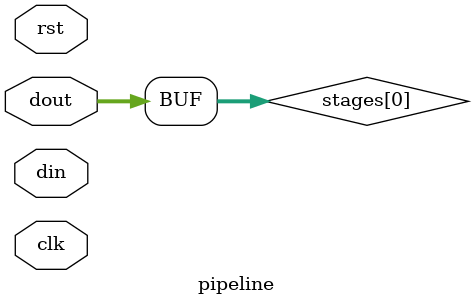
<source format=sv>
`default_nettype none

module pipeline
	#(
	 parameter STAGES = 1,
     parameter WIDTH = 32
	 )
	(
	 input wire										 clk,
     input wire rst,
     input wire [WIDTH-1:0] din,
	 input wire [WIDTH-1:0] dout
	 );

     logic [WIDTH-1:0] stages [STAGES-1:0];
     
    always_ff @(posedge clk) begin
        stages[0] <= din;
        for (int i = 1; i < STAGES; i = i + 1) begin
            stages[i] <= stages[i-1];
        end
    end
     
     assign dout = stages[STAGES-1];

endmodule
</source>
